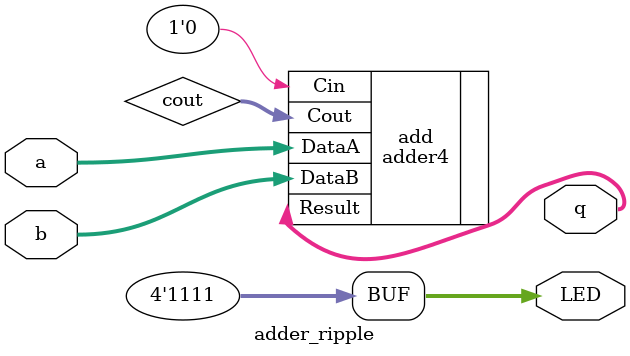
<source format=v>

module adder_ripple(a, b, q, LED);
	input [3:0] a, b;
	output [3:0] q;
	output [4:7] LED;
	
	wire [3:0] cout;
	assign LED = 4'b1111;
	
	adder4 add (.Result(q), .Cout(cout),
				  .DataA(a), .DataB(b), .Cin(1'b0));
	endmodule
	
</source>
